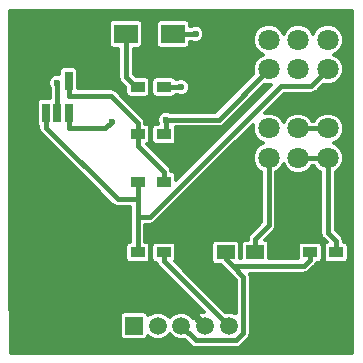
<source format=gtl>
%TF.GenerationSoftware,KiCad,Pcbnew,4.0.4-1.fc24-product*%
%TF.CreationDate,2018-01-15T09:05:08+11:00*%
%TF.ProjectId,MID_STACK,4D49445F535441434B2E6B696361645F,rev?*%
%TF.FileFunction,Copper,L1,Top,Signal*%
%FSLAX46Y46*%
G04 Gerber Fmt 4.6, Leading zero omitted, Abs format (unit mm)*
G04 Created by KiCad (PCBNEW 4.0.4-1.fc24-product) date Mon Jan 15 09:05:08 2018*
%MOMM*%
%LPD*%
G01*
G04 APERTURE LIST*
%ADD10C,0.100000*%
%ADD11R,2.000000X1.600000*%
%ADD12R,1.500000X1.250000*%
%ADD13R,1.200000X0.900000*%
%ADD14R,0.650000X1.560000*%
%ADD15R,1.500000X1.500000*%
%ADD16C,1.500000*%
%ADD17C,1.800000*%
%ADD18C,0.600000*%
%ADD19C,0.400000*%
%ADD20C,0.300000*%
G04 APERTURE END LIST*
D10*
D11*
X158300000Y-66500000D03*
X154300000Y-66500000D03*
D12*
X165250000Y-85000000D03*
X162750000Y-85000000D03*
D13*
X155300000Y-71000000D03*
X157500000Y-71000000D03*
X157500000Y-75000000D03*
X155300000Y-75000000D03*
X172100000Y-85000000D03*
X169900000Y-85000000D03*
X157500000Y-79000000D03*
X155300000Y-79000000D03*
X155300000Y-85000000D03*
X157500000Y-85000000D03*
D14*
X147550000Y-73150000D03*
X148500000Y-73150000D03*
X149450000Y-73150000D03*
X149450000Y-70450000D03*
X147550000Y-70450000D03*
D15*
X155000000Y-91200000D03*
D16*
X157000000Y-91200000D03*
X159000000Y-91200000D03*
X161000000Y-91200000D03*
X163000000Y-91200000D03*
D17*
X171400000Y-77000000D03*
X168900000Y-77000000D03*
X166400000Y-77000000D03*
X166400000Y-67000000D03*
X168900000Y-67000000D03*
X171400000Y-67000000D03*
X166400000Y-69500000D03*
X168900000Y-69500000D03*
X171400000Y-69500000D03*
X166400000Y-74500000D03*
X168900000Y-74500000D03*
X171400000Y-74500000D03*
D18*
X157700000Y-73750000D03*
X148475026Y-70650000D03*
X160200000Y-66500000D03*
X153097800Y-73914600D03*
X159000000Y-71000000D03*
D19*
X159000000Y-91200000D02*
X160250001Y-92450001D01*
X160250001Y-92450001D02*
X163600001Y-92450001D01*
X163600001Y-92450001D02*
X164250001Y-91800001D01*
X164250001Y-91800001D02*
X164250001Y-87050301D01*
X164250001Y-87050301D02*
X163335000Y-86135300D01*
X169365000Y-86135300D02*
X164292000Y-86135300D01*
X169900000Y-85600000D02*
X169365000Y-86135300D01*
X169900000Y-85000000D02*
X169900000Y-85600000D01*
X162750000Y-85550000D02*
X162750000Y-85000000D01*
X163335000Y-86135300D02*
X162750000Y-85550000D01*
X164292000Y-86135300D02*
X163335000Y-86135300D01*
X155150000Y-71000000D02*
X155300000Y-71000000D01*
X154300000Y-70150000D02*
X155150000Y-71000000D01*
X154300000Y-66500000D02*
X154300000Y-70150000D01*
X157700000Y-74800000D02*
X157500000Y-75000000D01*
X157700000Y-73750000D02*
X157700000Y-74800000D01*
X162150000Y-73750000D02*
X166400000Y-69500000D01*
X157700000Y-73750000D02*
X162150000Y-73750000D01*
X163000000Y-91200000D02*
X157500000Y-85700000D01*
X157500000Y-85700000D02*
X157500000Y-85000000D01*
X148500000Y-70674974D02*
X148475026Y-70650000D01*
X148500000Y-73150000D02*
X148500000Y-70674974D01*
X158300000Y-66500000D02*
X160200000Y-66500000D01*
X166400000Y-82714700D02*
X166400000Y-77000000D01*
X165250000Y-83864700D02*
X166400000Y-82714700D01*
X165250000Y-85000000D02*
X165250000Y-83864700D01*
X152572100Y-74440300D02*
X149450000Y-74440300D01*
X153097800Y-73914600D02*
X152572100Y-74440300D01*
X149450000Y-73150000D02*
X149450000Y-74440300D01*
X169990000Y-70910400D02*
X171400000Y-69500000D01*
X167424000Y-70910400D02*
X169990000Y-70910400D01*
X156334000Y-82000000D02*
X167424000Y-70910400D01*
X155300000Y-82000000D02*
X156334000Y-82000000D01*
X155300000Y-85000000D02*
X155300000Y-82000000D01*
X155300000Y-82000000D02*
X155300000Y-80500000D01*
X155300000Y-80500000D02*
X155300000Y-79000000D01*
X153609700Y-80500000D02*
X147550000Y-74440300D01*
X155300000Y-80500000D02*
X153609700Y-80500000D01*
X147550000Y-73150000D02*
X147550000Y-74440300D01*
X159000000Y-71000000D02*
X157500000Y-71000000D01*
X171400000Y-74500000D02*
X168900000Y-74500000D01*
X168900000Y-77000000D02*
X171400000Y-77000000D01*
X171400000Y-83339700D02*
X171400000Y-77000000D01*
X172100000Y-84039700D02*
X171400000Y-83339700D01*
X172100000Y-85000000D02*
X172100000Y-84039700D01*
X155300000Y-75960300D02*
X155300000Y-75480100D01*
X157500000Y-78160300D02*
X155300000Y-75960300D01*
X157500000Y-79000000D02*
X157500000Y-78160300D01*
X155300000Y-75480100D02*
X155300000Y-75000000D01*
X149450000Y-70450000D02*
X149450000Y-71740300D01*
X153000600Y-71740300D02*
X149450000Y-71740300D01*
X155300000Y-74039700D02*
X153000600Y-71740300D01*
X155300000Y-75000000D02*
X155300000Y-74039700D01*
D20*
G36*
X173475000Y-93475000D02*
X144549236Y-93475000D01*
X144525000Y-86349676D01*
X144525000Y-72370000D01*
X146766184Y-72370000D01*
X146766184Y-73930000D01*
X146797562Y-74096760D01*
X146896117Y-74249919D01*
X146900000Y-74252572D01*
X146900000Y-74440300D01*
X146939767Y-74640222D01*
X146949478Y-74689045D01*
X147090381Y-74899919D01*
X153150081Y-80959619D01*
X153360955Y-81100522D01*
X153402224Y-81108731D01*
X153609700Y-81150000D01*
X154650000Y-81150000D01*
X154650000Y-84100592D01*
X154533240Y-84122562D01*
X154380081Y-84221117D01*
X154277332Y-84371495D01*
X154241184Y-84550000D01*
X154241184Y-85450000D01*
X154272562Y-85616760D01*
X154371117Y-85769919D01*
X154521495Y-85872668D01*
X154700000Y-85908816D01*
X155900000Y-85908816D01*
X156066760Y-85877438D01*
X156219919Y-85778883D01*
X156322668Y-85628505D01*
X156358816Y-85450000D01*
X156358816Y-84550000D01*
X156327438Y-84383240D01*
X156228883Y-84230081D01*
X156078505Y-84127332D01*
X155950000Y-84101309D01*
X155950000Y-82650000D01*
X156334000Y-82650000D01*
X156490067Y-82618957D01*
X156582734Y-82600526D01*
X156582738Y-82600523D01*
X156582744Y-82600522D01*
X156671986Y-82540892D01*
X156793611Y-82459628D01*
X165069399Y-74184138D01*
X165050235Y-74230290D01*
X165049766Y-74767353D01*
X165254858Y-75263715D01*
X165634288Y-75643807D01*
X165890045Y-75750007D01*
X165636285Y-75854858D01*
X165256193Y-76234288D01*
X165050235Y-76730290D01*
X165049766Y-77267353D01*
X165254858Y-77763715D01*
X165634288Y-78143807D01*
X165750000Y-78191855D01*
X165750000Y-82445461D01*
X164790381Y-83405081D01*
X164649478Y-83615955D01*
X164649478Y-83615956D01*
X164600000Y-83864700D01*
X164600000Y-83916184D01*
X164500000Y-83916184D01*
X164333240Y-83947562D01*
X164180081Y-84046117D01*
X164077332Y-84196495D01*
X164041184Y-84375000D01*
X164041184Y-85485300D01*
X163958816Y-85485300D01*
X163958816Y-84375000D01*
X163927438Y-84208240D01*
X163828883Y-84055081D01*
X163678505Y-83952332D01*
X163500000Y-83916184D01*
X162000000Y-83916184D01*
X161833240Y-83947562D01*
X161680081Y-84046117D01*
X161577332Y-84196495D01*
X161541184Y-84375000D01*
X161541184Y-85625000D01*
X161572562Y-85791760D01*
X161671117Y-85944919D01*
X161821495Y-86047668D01*
X162000000Y-86083816D01*
X162364539Y-86083816D01*
X162875263Y-86594802D01*
X162875335Y-86594850D01*
X162875381Y-86594919D01*
X163600001Y-87319540D01*
X163600001Y-90149802D01*
X163239742Y-90000209D01*
X162762353Y-89999793D01*
X162731698Y-90012459D01*
X158451663Y-85732425D01*
X158522668Y-85628505D01*
X158558816Y-85450000D01*
X158558816Y-84550000D01*
X158527438Y-84383240D01*
X158428883Y-84230081D01*
X158278505Y-84127332D01*
X158100000Y-84091184D01*
X156900000Y-84091184D01*
X156733240Y-84122562D01*
X156580081Y-84221117D01*
X156477332Y-84371495D01*
X156441184Y-84550000D01*
X156441184Y-85450000D01*
X156472562Y-85616760D01*
X156571117Y-85769919D01*
X156721495Y-85872668D01*
X156891181Y-85907030D01*
X156899478Y-85948745D01*
X157040381Y-86159619D01*
X160886101Y-90005340D01*
X160661892Y-90024136D01*
X160407617Y-90129460D01*
X160327657Y-90315525D01*
X161000000Y-90987868D01*
X161014143Y-90973726D01*
X161226275Y-91185858D01*
X161212132Y-91200000D01*
X161226275Y-91214143D01*
X161014143Y-91426275D01*
X161000000Y-91412132D01*
X160985858Y-91426275D01*
X160773726Y-91214143D01*
X160787868Y-91200000D01*
X160115525Y-90527657D01*
X160034909Y-90562301D01*
X160017903Y-90521143D01*
X159680633Y-90183283D01*
X159239742Y-90000209D01*
X158762353Y-89999793D01*
X158321143Y-90182097D01*
X157999735Y-90502943D01*
X157680633Y-90183283D01*
X157239742Y-90000209D01*
X156762353Y-89999793D01*
X156321143Y-90182097D01*
X156184140Y-90318860D01*
X156177438Y-90283240D01*
X156078883Y-90130081D01*
X155928505Y-90027332D01*
X155750000Y-89991184D01*
X154250000Y-89991184D01*
X154083240Y-90022562D01*
X153930081Y-90121117D01*
X153827332Y-90271495D01*
X153791184Y-90450000D01*
X153791184Y-91950000D01*
X153822562Y-92116760D01*
X153921117Y-92269919D01*
X154071495Y-92372668D01*
X154250000Y-92408816D01*
X155750000Y-92408816D01*
X155916760Y-92377438D01*
X156069919Y-92278883D01*
X156172668Y-92128505D01*
X156182558Y-92079668D01*
X156319367Y-92216717D01*
X156760258Y-92399791D01*
X157237647Y-92400207D01*
X157678857Y-92217903D01*
X158000265Y-91897057D01*
X158319367Y-92216717D01*
X158760258Y-92399791D01*
X159237647Y-92400207D01*
X159268302Y-92387541D01*
X159790381Y-92909620D01*
X159931284Y-93003768D01*
X160001257Y-93050523D01*
X160250001Y-93100001D01*
X163600001Y-93100001D01*
X163807477Y-93058732D01*
X163848746Y-93050523D01*
X164059620Y-92909620D01*
X164709621Y-92259620D01*
X164850523Y-92048745D01*
X164900001Y-91800001D01*
X164900001Y-87050301D01*
X164850523Y-86801557D01*
X164839660Y-86785300D01*
X169365000Y-86785300D01*
X169365093Y-86785281D01*
X169365182Y-86785299D01*
X169487494Y-86760935D01*
X169613744Y-86735822D01*
X169613821Y-86735770D01*
X169613913Y-86735752D01*
X169720722Y-86664341D01*
X169824619Y-86594919D01*
X169824669Y-86594844D01*
X169824748Y-86594791D01*
X170359748Y-86059491D01*
X170430895Y-85952948D01*
X170460383Y-85908816D01*
X170500000Y-85908816D01*
X170666760Y-85877438D01*
X170819919Y-85778883D01*
X170922668Y-85628505D01*
X170958816Y-85450000D01*
X170958816Y-84550000D01*
X170927438Y-84383240D01*
X170828883Y-84230081D01*
X170678505Y-84127332D01*
X170500000Y-84091184D01*
X169300000Y-84091184D01*
X169133240Y-84122562D01*
X168980081Y-84221117D01*
X168877332Y-84371495D01*
X168841184Y-84550000D01*
X168841184Y-85450000D01*
X168847826Y-85485300D01*
X166458816Y-85485300D01*
X166458816Y-84375000D01*
X166427438Y-84208240D01*
X166328883Y-84055081D01*
X166178505Y-83952332D01*
X166097924Y-83936014D01*
X166859620Y-83174319D01*
X167000522Y-82963444D01*
X167050000Y-82714700D01*
X167050000Y-78192128D01*
X167163715Y-78145142D01*
X167543807Y-77765712D01*
X167650007Y-77509955D01*
X167754858Y-77763715D01*
X168134288Y-78143807D01*
X168630290Y-78349765D01*
X169167353Y-78350234D01*
X169663715Y-78145142D01*
X170043807Y-77765712D01*
X170091855Y-77650000D01*
X170207872Y-77650000D01*
X170254858Y-77763715D01*
X170634288Y-78143807D01*
X170750000Y-78191855D01*
X170750000Y-83339700D01*
X170791269Y-83547176D01*
X170799478Y-83588445D01*
X170940381Y-83799319D01*
X171290881Y-84149819D01*
X171180081Y-84221117D01*
X171077332Y-84371495D01*
X171041184Y-84550000D01*
X171041184Y-85450000D01*
X171072562Y-85616760D01*
X171171117Y-85769919D01*
X171321495Y-85872668D01*
X171500000Y-85908816D01*
X172700000Y-85908816D01*
X172866760Y-85877438D01*
X173019919Y-85778883D01*
X173122668Y-85628505D01*
X173158816Y-85450000D01*
X173158816Y-84550000D01*
X173127438Y-84383240D01*
X173028883Y-84230081D01*
X172878505Y-84127332D01*
X172750000Y-84101309D01*
X172750000Y-84039700D01*
X172700522Y-83790956D01*
X172653767Y-83720983D01*
X172559619Y-83580080D01*
X172050000Y-83070462D01*
X172050000Y-78192128D01*
X172163715Y-78145142D01*
X172543807Y-77765712D01*
X172749765Y-77269710D01*
X172750234Y-76732647D01*
X172545142Y-76236285D01*
X172165712Y-75856193D01*
X171909955Y-75749993D01*
X172163715Y-75645142D01*
X172543807Y-75265712D01*
X172749765Y-74769710D01*
X172750234Y-74232647D01*
X172545142Y-73736285D01*
X172165712Y-73356193D01*
X171669710Y-73150235D01*
X171132647Y-73149766D01*
X170636285Y-73354858D01*
X170256193Y-73734288D01*
X170208145Y-73850000D01*
X170092128Y-73850000D01*
X170045142Y-73736285D01*
X169665712Y-73356193D01*
X169169710Y-73150235D01*
X168632647Y-73149766D01*
X168136285Y-73354858D01*
X167756193Y-73734288D01*
X167649993Y-73990045D01*
X167545142Y-73736285D01*
X167165712Y-73356193D01*
X166669710Y-73150235D01*
X166132647Y-73149766D01*
X166083500Y-73170073D01*
X167693231Y-71560400D01*
X169990000Y-71560400D01*
X169990048Y-71560390D01*
X169990092Y-71560399D01*
X170108984Y-71536733D01*
X170238744Y-71510922D01*
X170238784Y-71510895D01*
X170238830Y-71510886D01*
X170345660Y-71439482D01*
X170449619Y-71370019D01*
X170449644Y-71369981D01*
X170449685Y-71369954D01*
X171016827Y-70802651D01*
X171130290Y-70849765D01*
X171667353Y-70850234D01*
X172163715Y-70645142D01*
X172543807Y-70265712D01*
X172749765Y-69769710D01*
X172750234Y-69232647D01*
X172545142Y-68736285D01*
X172165712Y-68356193D01*
X171909955Y-68249993D01*
X172163715Y-68145142D01*
X172543807Y-67765712D01*
X172749765Y-67269710D01*
X172750234Y-66732647D01*
X172545142Y-66236285D01*
X172165712Y-65856193D01*
X171669710Y-65650235D01*
X171132647Y-65649766D01*
X170636285Y-65854858D01*
X170256193Y-66234288D01*
X170149993Y-66490045D01*
X170045142Y-66236285D01*
X169665712Y-65856193D01*
X169169710Y-65650235D01*
X168632647Y-65649766D01*
X168136285Y-65854858D01*
X167756193Y-66234288D01*
X167649993Y-66490045D01*
X167545142Y-66236285D01*
X167165712Y-65856193D01*
X166669710Y-65650235D01*
X166132647Y-65649766D01*
X165636285Y-65854858D01*
X165256193Y-66234288D01*
X165050235Y-66730290D01*
X165049766Y-67267353D01*
X165254858Y-67763715D01*
X165634288Y-68143807D01*
X165890045Y-68250007D01*
X165636285Y-68354858D01*
X165256193Y-68734288D01*
X165050235Y-69230290D01*
X165049766Y-69767353D01*
X165097612Y-69883149D01*
X161880762Y-73100000D01*
X158090350Y-73100000D01*
X157849839Y-73000131D01*
X157551470Y-72999870D01*
X157275714Y-73113811D01*
X157064552Y-73324605D01*
X156950131Y-73600161D01*
X156949870Y-73898530D01*
X157029474Y-74091184D01*
X156900000Y-74091184D01*
X156733240Y-74122562D01*
X156580081Y-74221117D01*
X156477332Y-74371495D01*
X156441184Y-74550000D01*
X156441184Y-75450000D01*
X156472562Y-75616760D01*
X156571117Y-75769919D01*
X156721495Y-75872668D01*
X156900000Y-75908816D01*
X158100000Y-75908816D01*
X158266760Y-75877438D01*
X158419919Y-75778883D01*
X158522668Y-75628505D01*
X158558816Y-75450000D01*
X158558816Y-74550000D01*
X158530592Y-74400000D01*
X162150000Y-74400000D01*
X162363975Y-74357438D01*
X162398745Y-74350522D01*
X162609619Y-74209619D01*
X166016658Y-70802581D01*
X166130290Y-70849765D01*
X166565002Y-70850145D01*
X158558816Y-78856042D01*
X158558816Y-78550000D01*
X158527438Y-78383240D01*
X158428883Y-78230081D01*
X158278505Y-78127332D01*
X158137774Y-78098833D01*
X158100522Y-77911556D01*
X158003072Y-77765712D01*
X157959620Y-77700681D01*
X156109119Y-75850181D01*
X156219919Y-75778883D01*
X156322668Y-75628505D01*
X156358816Y-75450000D01*
X156358816Y-74550000D01*
X156327438Y-74383240D01*
X156228883Y-74230081D01*
X156078505Y-74127332D01*
X155950000Y-74101309D01*
X155950000Y-74039700D01*
X155900522Y-73790956D01*
X155863992Y-73736285D01*
X155759620Y-73580081D01*
X153460219Y-71280681D01*
X153249345Y-71139778D01*
X153208076Y-71131569D01*
X153000600Y-71090300D01*
X150233816Y-71090300D01*
X150233816Y-69670000D01*
X150202438Y-69503240D01*
X150103883Y-69350081D01*
X149953505Y-69247332D01*
X149775000Y-69211184D01*
X149125000Y-69211184D01*
X148958240Y-69242562D01*
X148805081Y-69341117D01*
X148702332Y-69491495D01*
X148666184Y-69670000D01*
X148666184Y-69917288D01*
X148624865Y-69900131D01*
X148326496Y-69899870D01*
X148050740Y-70013811D01*
X147839578Y-70224605D01*
X147725157Y-70500161D01*
X147724896Y-70798530D01*
X147838837Y-71074286D01*
X147850000Y-71085468D01*
X147850000Y-71911184D01*
X147225000Y-71911184D01*
X147058240Y-71942562D01*
X146905081Y-72041117D01*
X146802332Y-72191495D01*
X146766184Y-72370000D01*
X144525000Y-72370000D01*
X144525000Y-65700000D01*
X152841184Y-65700000D01*
X152841184Y-67300000D01*
X152872562Y-67466760D01*
X152971117Y-67619919D01*
X153121495Y-67722668D01*
X153300000Y-67758816D01*
X153650000Y-67758816D01*
X153650000Y-70150000D01*
X153689782Y-70350000D01*
X153699478Y-70398745D01*
X153840381Y-70609619D01*
X154241184Y-71010422D01*
X154241184Y-71450000D01*
X154272562Y-71616760D01*
X154371117Y-71769919D01*
X154521495Y-71872668D01*
X154700000Y-71908816D01*
X155900000Y-71908816D01*
X156066760Y-71877438D01*
X156219919Y-71778883D01*
X156322668Y-71628505D01*
X156358816Y-71450000D01*
X156358816Y-70550000D01*
X156441184Y-70550000D01*
X156441184Y-71450000D01*
X156472562Y-71616760D01*
X156571117Y-71769919D01*
X156721495Y-71872668D01*
X156900000Y-71908816D01*
X158100000Y-71908816D01*
X158266760Y-71877438D01*
X158419919Y-71778883D01*
X158507981Y-71650000D01*
X158609650Y-71650000D01*
X158850161Y-71749869D01*
X159148530Y-71750130D01*
X159424286Y-71636189D01*
X159635448Y-71425395D01*
X159749869Y-71149839D01*
X159750130Y-70851470D01*
X159636189Y-70575714D01*
X159425395Y-70364552D01*
X159149839Y-70250131D01*
X158851470Y-70249870D01*
X158609139Y-70350000D01*
X158506049Y-70350000D01*
X158428883Y-70230081D01*
X158278505Y-70127332D01*
X158100000Y-70091184D01*
X156900000Y-70091184D01*
X156733240Y-70122562D01*
X156580081Y-70221117D01*
X156477332Y-70371495D01*
X156441184Y-70550000D01*
X156358816Y-70550000D01*
X156327438Y-70383240D01*
X156228883Y-70230081D01*
X156078505Y-70127332D01*
X155900000Y-70091184D01*
X155160422Y-70091184D01*
X154950000Y-69880762D01*
X154950000Y-67758816D01*
X155300000Y-67758816D01*
X155466760Y-67727438D01*
X155619919Y-67628883D01*
X155722668Y-67478505D01*
X155758816Y-67300000D01*
X155758816Y-65700000D01*
X156841184Y-65700000D01*
X156841184Y-67300000D01*
X156872562Y-67466760D01*
X156971117Y-67619919D01*
X157121495Y-67722668D01*
X157300000Y-67758816D01*
X159300000Y-67758816D01*
X159466760Y-67727438D01*
X159619919Y-67628883D01*
X159722668Y-67478505D01*
X159758816Y-67300000D01*
X159758816Y-67150000D01*
X159809650Y-67150000D01*
X160050161Y-67249869D01*
X160348530Y-67250130D01*
X160624286Y-67136189D01*
X160835448Y-66925395D01*
X160949869Y-66649839D01*
X160950130Y-66351470D01*
X160836189Y-66075714D01*
X160625395Y-65864552D01*
X160349839Y-65750131D01*
X160051470Y-65749870D01*
X159809139Y-65850000D01*
X159758816Y-65850000D01*
X159758816Y-65700000D01*
X159727438Y-65533240D01*
X159628883Y-65380081D01*
X159478505Y-65277332D01*
X159300000Y-65241184D01*
X157300000Y-65241184D01*
X157133240Y-65272562D01*
X156980081Y-65371117D01*
X156877332Y-65521495D01*
X156841184Y-65700000D01*
X155758816Y-65700000D01*
X155727438Y-65533240D01*
X155628883Y-65380081D01*
X155478505Y-65277332D01*
X155300000Y-65241184D01*
X153300000Y-65241184D01*
X153133240Y-65272562D01*
X152980081Y-65371117D01*
X152877332Y-65521495D01*
X152841184Y-65700000D01*
X144525000Y-65700000D01*
X144525000Y-64525000D01*
X173475000Y-64525000D01*
X173475000Y-93475000D01*
X173475000Y-93475000D01*
G37*
X173475000Y-93475000D02*
X144549236Y-93475000D01*
X144525000Y-86349676D01*
X144525000Y-72370000D01*
X146766184Y-72370000D01*
X146766184Y-73930000D01*
X146797562Y-74096760D01*
X146896117Y-74249919D01*
X146900000Y-74252572D01*
X146900000Y-74440300D01*
X146939767Y-74640222D01*
X146949478Y-74689045D01*
X147090381Y-74899919D01*
X153150081Y-80959619D01*
X153360955Y-81100522D01*
X153402224Y-81108731D01*
X153609700Y-81150000D01*
X154650000Y-81150000D01*
X154650000Y-84100592D01*
X154533240Y-84122562D01*
X154380081Y-84221117D01*
X154277332Y-84371495D01*
X154241184Y-84550000D01*
X154241184Y-85450000D01*
X154272562Y-85616760D01*
X154371117Y-85769919D01*
X154521495Y-85872668D01*
X154700000Y-85908816D01*
X155900000Y-85908816D01*
X156066760Y-85877438D01*
X156219919Y-85778883D01*
X156322668Y-85628505D01*
X156358816Y-85450000D01*
X156358816Y-84550000D01*
X156327438Y-84383240D01*
X156228883Y-84230081D01*
X156078505Y-84127332D01*
X155950000Y-84101309D01*
X155950000Y-82650000D01*
X156334000Y-82650000D01*
X156490067Y-82618957D01*
X156582734Y-82600526D01*
X156582738Y-82600523D01*
X156582744Y-82600522D01*
X156671986Y-82540892D01*
X156793611Y-82459628D01*
X165069399Y-74184138D01*
X165050235Y-74230290D01*
X165049766Y-74767353D01*
X165254858Y-75263715D01*
X165634288Y-75643807D01*
X165890045Y-75750007D01*
X165636285Y-75854858D01*
X165256193Y-76234288D01*
X165050235Y-76730290D01*
X165049766Y-77267353D01*
X165254858Y-77763715D01*
X165634288Y-78143807D01*
X165750000Y-78191855D01*
X165750000Y-82445461D01*
X164790381Y-83405081D01*
X164649478Y-83615955D01*
X164649478Y-83615956D01*
X164600000Y-83864700D01*
X164600000Y-83916184D01*
X164500000Y-83916184D01*
X164333240Y-83947562D01*
X164180081Y-84046117D01*
X164077332Y-84196495D01*
X164041184Y-84375000D01*
X164041184Y-85485300D01*
X163958816Y-85485300D01*
X163958816Y-84375000D01*
X163927438Y-84208240D01*
X163828883Y-84055081D01*
X163678505Y-83952332D01*
X163500000Y-83916184D01*
X162000000Y-83916184D01*
X161833240Y-83947562D01*
X161680081Y-84046117D01*
X161577332Y-84196495D01*
X161541184Y-84375000D01*
X161541184Y-85625000D01*
X161572562Y-85791760D01*
X161671117Y-85944919D01*
X161821495Y-86047668D01*
X162000000Y-86083816D01*
X162364539Y-86083816D01*
X162875263Y-86594802D01*
X162875335Y-86594850D01*
X162875381Y-86594919D01*
X163600001Y-87319540D01*
X163600001Y-90149802D01*
X163239742Y-90000209D01*
X162762353Y-89999793D01*
X162731698Y-90012459D01*
X158451663Y-85732425D01*
X158522668Y-85628505D01*
X158558816Y-85450000D01*
X158558816Y-84550000D01*
X158527438Y-84383240D01*
X158428883Y-84230081D01*
X158278505Y-84127332D01*
X158100000Y-84091184D01*
X156900000Y-84091184D01*
X156733240Y-84122562D01*
X156580081Y-84221117D01*
X156477332Y-84371495D01*
X156441184Y-84550000D01*
X156441184Y-85450000D01*
X156472562Y-85616760D01*
X156571117Y-85769919D01*
X156721495Y-85872668D01*
X156891181Y-85907030D01*
X156899478Y-85948745D01*
X157040381Y-86159619D01*
X160886101Y-90005340D01*
X160661892Y-90024136D01*
X160407617Y-90129460D01*
X160327657Y-90315525D01*
X161000000Y-90987868D01*
X161014143Y-90973726D01*
X161226275Y-91185858D01*
X161212132Y-91200000D01*
X161226275Y-91214143D01*
X161014143Y-91426275D01*
X161000000Y-91412132D01*
X160985858Y-91426275D01*
X160773726Y-91214143D01*
X160787868Y-91200000D01*
X160115525Y-90527657D01*
X160034909Y-90562301D01*
X160017903Y-90521143D01*
X159680633Y-90183283D01*
X159239742Y-90000209D01*
X158762353Y-89999793D01*
X158321143Y-90182097D01*
X157999735Y-90502943D01*
X157680633Y-90183283D01*
X157239742Y-90000209D01*
X156762353Y-89999793D01*
X156321143Y-90182097D01*
X156184140Y-90318860D01*
X156177438Y-90283240D01*
X156078883Y-90130081D01*
X155928505Y-90027332D01*
X155750000Y-89991184D01*
X154250000Y-89991184D01*
X154083240Y-90022562D01*
X153930081Y-90121117D01*
X153827332Y-90271495D01*
X153791184Y-90450000D01*
X153791184Y-91950000D01*
X153822562Y-92116760D01*
X153921117Y-92269919D01*
X154071495Y-92372668D01*
X154250000Y-92408816D01*
X155750000Y-92408816D01*
X155916760Y-92377438D01*
X156069919Y-92278883D01*
X156172668Y-92128505D01*
X156182558Y-92079668D01*
X156319367Y-92216717D01*
X156760258Y-92399791D01*
X157237647Y-92400207D01*
X157678857Y-92217903D01*
X158000265Y-91897057D01*
X158319367Y-92216717D01*
X158760258Y-92399791D01*
X159237647Y-92400207D01*
X159268302Y-92387541D01*
X159790381Y-92909620D01*
X159931284Y-93003768D01*
X160001257Y-93050523D01*
X160250001Y-93100001D01*
X163600001Y-93100001D01*
X163807477Y-93058732D01*
X163848746Y-93050523D01*
X164059620Y-92909620D01*
X164709621Y-92259620D01*
X164850523Y-92048745D01*
X164900001Y-91800001D01*
X164900001Y-87050301D01*
X164850523Y-86801557D01*
X164839660Y-86785300D01*
X169365000Y-86785300D01*
X169365093Y-86785281D01*
X169365182Y-86785299D01*
X169487494Y-86760935D01*
X169613744Y-86735822D01*
X169613821Y-86735770D01*
X169613913Y-86735752D01*
X169720722Y-86664341D01*
X169824619Y-86594919D01*
X169824669Y-86594844D01*
X169824748Y-86594791D01*
X170359748Y-86059491D01*
X170430895Y-85952948D01*
X170460383Y-85908816D01*
X170500000Y-85908816D01*
X170666760Y-85877438D01*
X170819919Y-85778883D01*
X170922668Y-85628505D01*
X170958816Y-85450000D01*
X170958816Y-84550000D01*
X170927438Y-84383240D01*
X170828883Y-84230081D01*
X170678505Y-84127332D01*
X170500000Y-84091184D01*
X169300000Y-84091184D01*
X169133240Y-84122562D01*
X168980081Y-84221117D01*
X168877332Y-84371495D01*
X168841184Y-84550000D01*
X168841184Y-85450000D01*
X168847826Y-85485300D01*
X166458816Y-85485300D01*
X166458816Y-84375000D01*
X166427438Y-84208240D01*
X166328883Y-84055081D01*
X166178505Y-83952332D01*
X166097924Y-83936014D01*
X166859620Y-83174319D01*
X167000522Y-82963444D01*
X167050000Y-82714700D01*
X167050000Y-78192128D01*
X167163715Y-78145142D01*
X167543807Y-77765712D01*
X167650007Y-77509955D01*
X167754858Y-77763715D01*
X168134288Y-78143807D01*
X168630290Y-78349765D01*
X169167353Y-78350234D01*
X169663715Y-78145142D01*
X170043807Y-77765712D01*
X170091855Y-77650000D01*
X170207872Y-77650000D01*
X170254858Y-77763715D01*
X170634288Y-78143807D01*
X170750000Y-78191855D01*
X170750000Y-83339700D01*
X170791269Y-83547176D01*
X170799478Y-83588445D01*
X170940381Y-83799319D01*
X171290881Y-84149819D01*
X171180081Y-84221117D01*
X171077332Y-84371495D01*
X171041184Y-84550000D01*
X171041184Y-85450000D01*
X171072562Y-85616760D01*
X171171117Y-85769919D01*
X171321495Y-85872668D01*
X171500000Y-85908816D01*
X172700000Y-85908816D01*
X172866760Y-85877438D01*
X173019919Y-85778883D01*
X173122668Y-85628505D01*
X173158816Y-85450000D01*
X173158816Y-84550000D01*
X173127438Y-84383240D01*
X173028883Y-84230081D01*
X172878505Y-84127332D01*
X172750000Y-84101309D01*
X172750000Y-84039700D01*
X172700522Y-83790956D01*
X172653767Y-83720983D01*
X172559619Y-83580080D01*
X172050000Y-83070462D01*
X172050000Y-78192128D01*
X172163715Y-78145142D01*
X172543807Y-77765712D01*
X172749765Y-77269710D01*
X172750234Y-76732647D01*
X172545142Y-76236285D01*
X172165712Y-75856193D01*
X171909955Y-75749993D01*
X172163715Y-75645142D01*
X172543807Y-75265712D01*
X172749765Y-74769710D01*
X172750234Y-74232647D01*
X172545142Y-73736285D01*
X172165712Y-73356193D01*
X171669710Y-73150235D01*
X171132647Y-73149766D01*
X170636285Y-73354858D01*
X170256193Y-73734288D01*
X170208145Y-73850000D01*
X170092128Y-73850000D01*
X170045142Y-73736285D01*
X169665712Y-73356193D01*
X169169710Y-73150235D01*
X168632647Y-73149766D01*
X168136285Y-73354858D01*
X167756193Y-73734288D01*
X167649993Y-73990045D01*
X167545142Y-73736285D01*
X167165712Y-73356193D01*
X166669710Y-73150235D01*
X166132647Y-73149766D01*
X166083500Y-73170073D01*
X167693231Y-71560400D01*
X169990000Y-71560400D01*
X169990048Y-71560390D01*
X169990092Y-71560399D01*
X170108984Y-71536733D01*
X170238744Y-71510922D01*
X170238784Y-71510895D01*
X170238830Y-71510886D01*
X170345660Y-71439482D01*
X170449619Y-71370019D01*
X170449644Y-71369981D01*
X170449685Y-71369954D01*
X171016827Y-70802651D01*
X171130290Y-70849765D01*
X171667353Y-70850234D01*
X172163715Y-70645142D01*
X172543807Y-70265712D01*
X172749765Y-69769710D01*
X172750234Y-69232647D01*
X172545142Y-68736285D01*
X172165712Y-68356193D01*
X171909955Y-68249993D01*
X172163715Y-68145142D01*
X172543807Y-67765712D01*
X172749765Y-67269710D01*
X172750234Y-66732647D01*
X172545142Y-66236285D01*
X172165712Y-65856193D01*
X171669710Y-65650235D01*
X171132647Y-65649766D01*
X170636285Y-65854858D01*
X170256193Y-66234288D01*
X170149993Y-66490045D01*
X170045142Y-66236285D01*
X169665712Y-65856193D01*
X169169710Y-65650235D01*
X168632647Y-65649766D01*
X168136285Y-65854858D01*
X167756193Y-66234288D01*
X167649993Y-66490045D01*
X167545142Y-66236285D01*
X167165712Y-65856193D01*
X166669710Y-65650235D01*
X166132647Y-65649766D01*
X165636285Y-65854858D01*
X165256193Y-66234288D01*
X165050235Y-66730290D01*
X165049766Y-67267353D01*
X165254858Y-67763715D01*
X165634288Y-68143807D01*
X165890045Y-68250007D01*
X165636285Y-68354858D01*
X165256193Y-68734288D01*
X165050235Y-69230290D01*
X165049766Y-69767353D01*
X165097612Y-69883149D01*
X161880762Y-73100000D01*
X158090350Y-73100000D01*
X157849839Y-73000131D01*
X157551470Y-72999870D01*
X157275714Y-73113811D01*
X157064552Y-73324605D01*
X156950131Y-73600161D01*
X156949870Y-73898530D01*
X157029474Y-74091184D01*
X156900000Y-74091184D01*
X156733240Y-74122562D01*
X156580081Y-74221117D01*
X156477332Y-74371495D01*
X156441184Y-74550000D01*
X156441184Y-75450000D01*
X156472562Y-75616760D01*
X156571117Y-75769919D01*
X156721495Y-75872668D01*
X156900000Y-75908816D01*
X158100000Y-75908816D01*
X158266760Y-75877438D01*
X158419919Y-75778883D01*
X158522668Y-75628505D01*
X158558816Y-75450000D01*
X158558816Y-74550000D01*
X158530592Y-74400000D01*
X162150000Y-74400000D01*
X162363975Y-74357438D01*
X162398745Y-74350522D01*
X162609619Y-74209619D01*
X166016658Y-70802581D01*
X166130290Y-70849765D01*
X166565002Y-70850145D01*
X158558816Y-78856042D01*
X158558816Y-78550000D01*
X158527438Y-78383240D01*
X158428883Y-78230081D01*
X158278505Y-78127332D01*
X158137774Y-78098833D01*
X158100522Y-77911556D01*
X158003072Y-77765712D01*
X157959620Y-77700681D01*
X156109119Y-75850181D01*
X156219919Y-75778883D01*
X156322668Y-75628505D01*
X156358816Y-75450000D01*
X156358816Y-74550000D01*
X156327438Y-74383240D01*
X156228883Y-74230081D01*
X156078505Y-74127332D01*
X155950000Y-74101309D01*
X155950000Y-74039700D01*
X155900522Y-73790956D01*
X155863992Y-73736285D01*
X155759620Y-73580081D01*
X153460219Y-71280681D01*
X153249345Y-71139778D01*
X153208076Y-71131569D01*
X153000600Y-71090300D01*
X150233816Y-71090300D01*
X150233816Y-69670000D01*
X150202438Y-69503240D01*
X150103883Y-69350081D01*
X149953505Y-69247332D01*
X149775000Y-69211184D01*
X149125000Y-69211184D01*
X148958240Y-69242562D01*
X148805081Y-69341117D01*
X148702332Y-69491495D01*
X148666184Y-69670000D01*
X148666184Y-69917288D01*
X148624865Y-69900131D01*
X148326496Y-69899870D01*
X148050740Y-70013811D01*
X147839578Y-70224605D01*
X147725157Y-70500161D01*
X147724896Y-70798530D01*
X147838837Y-71074286D01*
X147850000Y-71085468D01*
X147850000Y-71911184D01*
X147225000Y-71911184D01*
X147058240Y-71942562D01*
X146905081Y-72041117D01*
X146802332Y-72191495D01*
X146766184Y-72370000D01*
X144525000Y-72370000D01*
X144525000Y-65700000D01*
X152841184Y-65700000D01*
X152841184Y-67300000D01*
X152872562Y-67466760D01*
X152971117Y-67619919D01*
X153121495Y-67722668D01*
X153300000Y-67758816D01*
X153650000Y-67758816D01*
X153650000Y-70150000D01*
X153689782Y-70350000D01*
X153699478Y-70398745D01*
X153840381Y-70609619D01*
X154241184Y-71010422D01*
X154241184Y-71450000D01*
X154272562Y-71616760D01*
X154371117Y-71769919D01*
X154521495Y-71872668D01*
X154700000Y-71908816D01*
X155900000Y-71908816D01*
X156066760Y-71877438D01*
X156219919Y-71778883D01*
X156322668Y-71628505D01*
X156358816Y-71450000D01*
X156358816Y-70550000D01*
X156441184Y-70550000D01*
X156441184Y-71450000D01*
X156472562Y-71616760D01*
X156571117Y-71769919D01*
X156721495Y-71872668D01*
X156900000Y-71908816D01*
X158100000Y-71908816D01*
X158266760Y-71877438D01*
X158419919Y-71778883D01*
X158507981Y-71650000D01*
X158609650Y-71650000D01*
X158850161Y-71749869D01*
X159148530Y-71750130D01*
X159424286Y-71636189D01*
X159635448Y-71425395D01*
X159749869Y-71149839D01*
X159750130Y-70851470D01*
X159636189Y-70575714D01*
X159425395Y-70364552D01*
X159149839Y-70250131D01*
X158851470Y-70249870D01*
X158609139Y-70350000D01*
X158506049Y-70350000D01*
X158428883Y-70230081D01*
X158278505Y-70127332D01*
X158100000Y-70091184D01*
X156900000Y-70091184D01*
X156733240Y-70122562D01*
X156580081Y-70221117D01*
X156477332Y-70371495D01*
X156441184Y-70550000D01*
X156358816Y-70550000D01*
X156327438Y-70383240D01*
X156228883Y-70230081D01*
X156078505Y-70127332D01*
X155900000Y-70091184D01*
X155160422Y-70091184D01*
X154950000Y-69880762D01*
X154950000Y-67758816D01*
X155300000Y-67758816D01*
X155466760Y-67727438D01*
X155619919Y-67628883D01*
X155722668Y-67478505D01*
X155758816Y-67300000D01*
X155758816Y-65700000D01*
X156841184Y-65700000D01*
X156841184Y-67300000D01*
X156872562Y-67466760D01*
X156971117Y-67619919D01*
X157121495Y-67722668D01*
X157300000Y-67758816D01*
X159300000Y-67758816D01*
X159466760Y-67727438D01*
X159619919Y-67628883D01*
X159722668Y-67478505D01*
X159758816Y-67300000D01*
X159758816Y-67150000D01*
X159809650Y-67150000D01*
X160050161Y-67249869D01*
X160348530Y-67250130D01*
X160624286Y-67136189D01*
X160835448Y-66925395D01*
X160949869Y-66649839D01*
X160950130Y-66351470D01*
X160836189Y-66075714D01*
X160625395Y-65864552D01*
X160349839Y-65750131D01*
X160051470Y-65749870D01*
X159809139Y-65850000D01*
X159758816Y-65850000D01*
X159758816Y-65700000D01*
X159727438Y-65533240D01*
X159628883Y-65380081D01*
X159478505Y-65277332D01*
X159300000Y-65241184D01*
X157300000Y-65241184D01*
X157133240Y-65272562D01*
X156980081Y-65371117D01*
X156877332Y-65521495D01*
X156841184Y-65700000D01*
X155758816Y-65700000D01*
X155727438Y-65533240D01*
X155628883Y-65380081D01*
X155478505Y-65277332D01*
X155300000Y-65241184D01*
X153300000Y-65241184D01*
X153133240Y-65272562D01*
X152980081Y-65371117D01*
X152877332Y-65521495D01*
X152841184Y-65700000D01*
X144525000Y-65700000D01*
X144525000Y-64525000D01*
X173475000Y-64525000D01*
X173475000Y-93475000D01*
M02*

</source>
